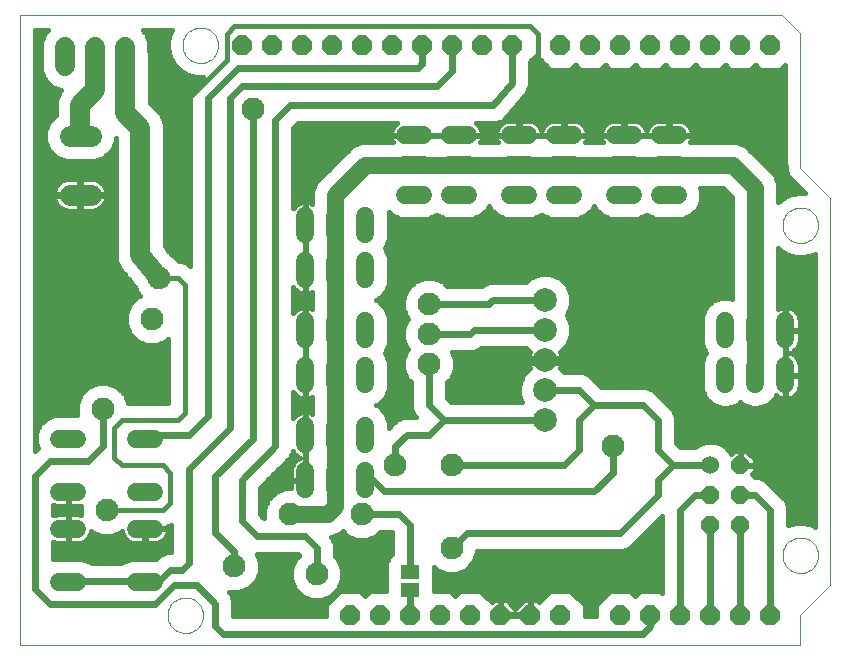
<source format=gbl>
G75*
G70*
%OFA0B0*%
%FSLAX24Y24*%
%IPPOS*%
%LPD*%
%AMOC8*
5,1,8,0,0,1.08239X$1,22.5*
%
%ADD10C,0.0000*%
%ADD11C,0.0600*%
%ADD12OC8,0.0660*%
%ADD13C,0.0787*%
%ADD14C,0.0600*%
%ADD15OC8,0.0600*%
%ADD16C,0.0705*%
%ADD17R,0.0630X0.0460*%
%ADD18C,0.0650*%
%ADD19C,0.0760*%
%ADD20C,0.0240*%
%ADD21C,0.0160*%
%ADD22C,0.0660*%
%ADD23C,0.0560*%
D10*
X000500Y000500D02*
X000500Y021500D01*
X025900Y021500D01*
X026500Y020900D01*
X026500Y016400D01*
X027500Y015400D01*
X027500Y002500D01*
X026500Y001500D01*
X026500Y000500D01*
X000500Y000500D01*
X005409Y001500D02*
X005411Y001548D01*
X005417Y001596D01*
X005427Y001643D01*
X005440Y001689D01*
X005458Y001734D01*
X005478Y001778D01*
X005503Y001820D01*
X005531Y001859D01*
X005561Y001896D01*
X005595Y001930D01*
X005632Y001962D01*
X005670Y001991D01*
X005711Y002016D01*
X005754Y002038D01*
X005799Y002056D01*
X005845Y002070D01*
X005892Y002081D01*
X005940Y002088D01*
X005988Y002091D01*
X006036Y002090D01*
X006084Y002085D01*
X006132Y002076D01*
X006178Y002064D01*
X006223Y002047D01*
X006267Y002027D01*
X006309Y002004D01*
X006349Y001977D01*
X006387Y001947D01*
X006422Y001914D01*
X006454Y001878D01*
X006484Y001840D01*
X006510Y001799D01*
X006532Y001756D01*
X006552Y001712D01*
X006567Y001667D01*
X006579Y001620D01*
X006587Y001572D01*
X006591Y001524D01*
X006591Y001476D01*
X006587Y001428D01*
X006579Y001380D01*
X006567Y001333D01*
X006552Y001288D01*
X006532Y001244D01*
X006510Y001201D01*
X006484Y001160D01*
X006454Y001122D01*
X006422Y001086D01*
X006387Y001053D01*
X006349Y001023D01*
X006309Y000996D01*
X006267Y000973D01*
X006223Y000953D01*
X006178Y000936D01*
X006132Y000924D01*
X006084Y000915D01*
X006036Y000910D01*
X005988Y000909D01*
X005940Y000912D01*
X005892Y000919D01*
X005845Y000930D01*
X005799Y000944D01*
X005754Y000962D01*
X005711Y000984D01*
X005670Y001009D01*
X005632Y001038D01*
X005595Y001070D01*
X005561Y001104D01*
X005531Y001141D01*
X005503Y001180D01*
X005478Y001222D01*
X005458Y001266D01*
X005440Y001311D01*
X005427Y001357D01*
X005417Y001404D01*
X005411Y001452D01*
X005409Y001500D01*
X025909Y003500D02*
X025911Y003548D01*
X025917Y003596D01*
X025927Y003643D01*
X025940Y003689D01*
X025958Y003734D01*
X025978Y003778D01*
X026003Y003820D01*
X026031Y003859D01*
X026061Y003896D01*
X026095Y003930D01*
X026132Y003962D01*
X026170Y003991D01*
X026211Y004016D01*
X026254Y004038D01*
X026299Y004056D01*
X026345Y004070D01*
X026392Y004081D01*
X026440Y004088D01*
X026488Y004091D01*
X026536Y004090D01*
X026584Y004085D01*
X026632Y004076D01*
X026678Y004064D01*
X026723Y004047D01*
X026767Y004027D01*
X026809Y004004D01*
X026849Y003977D01*
X026887Y003947D01*
X026922Y003914D01*
X026954Y003878D01*
X026984Y003840D01*
X027010Y003799D01*
X027032Y003756D01*
X027052Y003712D01*
X027067Y003667D01*
X027079Y003620D01*
X027087Y003572D01*
X027091Y003524D01*
X027091Y003476D01*
X027087Y003428D01*
X027079Y003380D01*
X027067Y003333D01*
X027052Y003288D01*
X027032Y003244D01*
X027010Y003201D01*
X026984Y003160D01*
X026954Y003122D01*
X026922Y003086D01*
X026887Y003053D01*
X026849Y003023D01*
X026809Y002996D01*
X026767Y002973D01*
X026723Y002953D01*
X026678Y002936D01*
X026632Y002924D01*
X026584Y002915D01*
X026536Y002910D01*
X026488Y002909D01*
X026440Y002912D01*
X026392Y002919D01*
X026345Y002930D01*
X026299Y002944D01*
X026254Y002962D01*
X026211Y002984D01*
X026170Y003009D01*
X026132Y003038D01*
X026095Y003070D01*
X026061Y003104D01*
X026031Y003141D01*
X026003Y003180D01*
X025978Y003222D01*
X025958Y003266D01*
X025940Y003311D01*
X025927Y003357D01*
X025917Y003404D01*
X025911Y003452D01*
X025909Y003500D01*
X025909Y014500D02*
X025911Y014548D01*
X025917Y014596D01*
X025927Y014643D01*
X025940Y014689D01*
X025958Y014734D01*
X025978Y014778D01*
X026003Y014820D01*
X026031Y014859D01*
X026061Y014896D01*
X026095Y014930D01*
X026132Y014962D01*
X026170Y014991D01*
X026211Y015016D01*
X026254Y015038D01*
X026299Y015056D01*
X026345Y015070D01*
X026392Y015081D01*
X026440Y015088D01*
X026488Y015091D01*
X026536Y015090D01*
X026584Y015085D01*
X026632Y015076D01*
X026678Y015064D01*
X026723Y015047D01*
X026767Y015027D01*
X026809Y015004D01*
X026849Y014977D01*
X026887Y014947D01*
X026922Y014914D01*
X026954Y014878D01*
X026984Y014840D01*
X027010Y014799D01*
X027032Y014756D01*
X027052Y014712D01*
X027067Y014667D01*
X027079Y014620D01*
X027087Y014572D01*
X027091Y014524D01*
X027091Y014476D01*
X027087Y014428D01*
X027079Y014380D01*
X027067Y014333D01*
X027052Y014288D01*
X027032Y014244D01*
X027010Y014201D01*
X026984Y014160D01*
X026954Y014122D01*
X026922Y014086D01*
X026887Y014053D01*
X026849Y014023D01*
X026809Y013996D01*
X026767Y013973D01*
X026723Y013953D01*
X026678Y013936D01*
X026632Y013924D01*
X026584Y013915D01*
X026536Y013910D01*
X026488Y013909D01*
X026440Y013912D01*
X026392Y013919D01*
X026345Y013930D01*
X026299Y013944D01*
X026254Y013962D01*
X026211Y013984D01*
X026170Y014009D01*
X026132Y014038D01*
X026095Y014070D01*
X026061Y014104D01*
X026031Y014141D01*
X026003Y014180D01*
X025978Y014222D01*
X025958Y014266D01*
X025940Y014311D01*
X025927Y014357D01*
X025917Y014404D01*
X025911Y014452D01*
X025909Y014500D01*
X005909Y020500D02*
X005911Y020548D01*
X005917Y020596D01*
X005927Y020643D01*
X005940Y020689D01*
X005958Y020734D01*
X005978Y020778D01*
X006003Y020820D01*
X006031Y020859D01*
X006061Y020896D01*
X006095Y020930D01*
X006132Y020962D01*
X006170Y020991D01*
X006211Y021016D01*
X006254Y021038D01*
X006299Y021056D01*
X006345Y021070D01*
X006392Y021081D01*
X006440Y021088D01*
X006488Y021091D01*
X006536Y021090D01*
X006584Y021085D01*
X006632Y021076D01*
X006678Y021064D01*
X006723Y021047D01*
X006767Y021027D01*
X006809Y021004D01*
X006849Y020977D01*
X006887Y020947D01*
X006922Y020914D01*
X006954Y020878D01*
X006984Y020840D01*
X007010Y020799D01*
X007032Y020756D01*
X007052Y020712D01*
X007067Y020667D01*
X007079Y020620D01*
X007087Y020572D01*
X007091Y020524D01*
X007091Y020476D01*
X007087Y020428D01*
X007079Y020380D01*
X007067Y020333D01*
X007052Y020288D01*
X007032Y020244D01*
X007010Y020201D01*
X006984Y020160D01*
X006954Y020122D01*
X006922Y020086D01*
X006887Y020053D01*
X006849Y020023D01*
X006809Y019996D01*
X006767Y019973D01*
X006723Y019953D01*
X006678Y019936D01*
X006632Y019924D01*
X006584Y019915D01*
X006536Y019910D01*
X006488Y019909D01*
X006440Y019912D01*
X006392Y019919D01*
X006345Y019930D01*
X006299Y019944D01*
X006254Y019962D01*
X006211Y019984D01*
X006170Y020009D01*
X006132Y020038D01*
X006095Y020070D01*
X006061Y020104D01*
X006031Y020141D01*
X006003Y020180D01*
X005978Y020222D01*
X005958Y020266D01*
X005940Y020311D01*
X005927Y020357D01*
X005917Y020404D01*
X005911Y020452D01*
X005909Y020500D01*
D11*
X010000Y014800D02*
X010000Y014200D01*
X011000Y014200D02*
X011000Y014800D01*
X012000Y014800D02*
X012000Y014200D01*
X012000Y013300D02*
X012000Y012700D01*
X011000Y012700D02*
X011000Y013300D01*
X010000Y013300D02*
X010000Y012700D01*
X010000Y011300D02*
X010000Y010700D01*
X011000Y010700D02*
X011000Y011300D01*
X012000Y011300D02*
X012000Y010700D01*
X012000Y009800D02*
X012000Y009200D01*
X011000Y009200D02*
X011000Y009800D01*
X010000Y009800D02*
X010000Y009200D01*
X010000Y007800D02*
X010000Y007200D01*
X011000Y007200D02*
X011000Y007800D01*
X012000Y007800D02*
X012000Y007200D01*
X012000Y006300D02*
X012000Y005700D01*
X011000Y005700D02*
X011000Y006300D01*
X010000Y006300D02*
X010000Y005700D01*
X004955Y005610D02*
X004355Y005610D01*
X004355Y004390D02*
X004955Y004390D01*
X004955Y002610D02*
X004355Y002610D01*
X002395Y002610D02*
X001795Y002610D01*
X001795Y004390D02*
X002395Y004390D01*
X002395Y005610D02*
X001795Y005610D01*
X001795Y007390D02*
X002395Y007390D01*
X004355Y007390D02*
X004955Y007390D01*
X013325Y015500D02*
X013925Y015500D01*
X014825Y015500D02*
X015425Y015500D01*
X015425Y016500D02*
X014825Y016500D01*
X013925Y016500D02*
X013325Y016500D01*
X013325Y017500D02*
X013925Y017500D01*
X014825Y017500D02*
X015425Y017500D01*
X016825Y017500D02*
X017425Y017500D01*
X018325Y017500D02*
X018925Y017500D01*
X018925Y016500D02*
X018325Y016500D01*
X017425Y016500D02*
X016825Y016500D01*
X016825Y015500D02*
X017425Y015500D01*
X018325Y015500D02*
X018925Y015500D01*
X020325Y015500D02*
X020925Y015500D01*
X021825Y015500D02*
X022425Y015500D01*
X022425Y016500D02*
X021825Y016500D01*
X020925Y016500D02*
X020325Y016500D01*
X020325Y017500D02*
X020925Y017500D01*
X021825Y017500D02*
X022425Y017500D01*
X024000Y011300D02*
X024000Y010700D01*
X024000Y009800D02*
X024000Y009200D01*
X025000Y009200D02*
X025000Y009800D01*
X025000Y010700D02*
X025000Y011300D01*
X026000Y011300D02*
X026000Y010700D01*
X026000Y009800D02*
X026000Y009200D01*
D12*
X025500Y001500D03*
X024500Y001500D03*
X023500Y001500D03*
X022500Y001500D03*
X021500Y001500D03*
X020500Y001500D03*
X018500Y001500D03*
X017500Y001500D03*
X016500Y001500D03*
X015500Y001500D03*
X014500Y001500D03*
X013500Y001500D03*
X012500Y001500D03*
X011500Y001500D03*
X011900Y020500D03*
X012900Y020500D03*
X013900Y020500D03*
X014900Y020500D03*
X015900Y020500D03*
X016900Y020500D03*
X018500Y020500D03*
X019500Y020500D03*
X020500Y020500D03*
X021500Y020500D03*
X022500Y020500D03*
X023500Y020500D03*
X024500Y020500D03*
X025500Y020500D03*
X010900Y020500D03*
X009900Y020500D03*
X008900Y020500D03*
X007900Y020500D03*
D13*
X018000Y012000D03*
X018000Y011000D03*
X018000Y010000D03*
X018000Y009000D03*
X018000Y008000D03*
D14*
X023500Y006500D03*
D15*
X024500Y006500D03*
X024500Y005500D03*
X023500Y005500D03*
X023500Y004500D03*
X024500Y004500D03*
D16*
X002853Y015516D02*
X002148Y015516D01*
X002148Y017484D02*
X002853Y017484D01*
D17*
X013500Y002925D03*
X013500Y002325D03*
D18*
X004000Y019800D02*
X004000Y020450D01*
X003000Y020450D02*
X003000Y019800D01*
X002000Y019800D02*
X002000Y020450D01*
D19*
X005750Y018750D03*
X008250Y018375D03*
X005125Y012750D03*
X004875Y011375D03*
X003250Y008375D03*
X003375Y005000D03*
X007625Y003125D03*
X009500Y004875D03*
X010375Y002875D03*
X012000Y003000D03*
X011875Y004875D03*
X013000Y006500D03*
X014875Y006500D03*
X014875Y003750D03*
X020250Y007125D03*
X021500Y003750D03*
X025125Y007625D03*
X014125Y009875D03*
X014125Y010875D03*
X014125Y011875D03*
D20*
X016125Y011875D01*
X016250Y012000D01*
X018000Y012000D01*
X018000Y011000D02*
X015625Y011000D01*
X015500Y010875D01*
X014125Y010875D01*
X014125Y009875D02*
X014125Y008500D01*
X014625Y008000D01*
X018000Y008000D01*
X019125Y008000D02*
X019125Y007000D01*
X018625Y006500D01*
X014875Y006500D01*
X014125Y007500D02*
X013375Y007500D01*
X013000Y007125D01*
X013000Y006500D01*
X012250Y006000D02*
X012625Y005625D01*
X019625Y005625D01*
X020250Y006250D01*
X020250Y007125D01*
X019125Y008000D02*
X019625Y008500D01*
X021250Y008500D01*
X021750Y008000D01*
X021750Y007000D01*
X022250Y006500D01*
X023500Y006500D01*
X023500Y005500D02*
X023000Y005500D01*
X022500Y005000D01*
X022500Y001500D01*
X021500Y001500D02*
X021500Y001125D01*
X021250Y000875D01*
X007250Y000875D01*
X007000Y001125D01*
X007000Y001875D01*
X006375Y002500D01*
X005625Y002500D01*
X005000Y001875D01*
X001500Y001875D01*
X001000Y002375D01*
X001000Y006125D01*
X001500Y006625D01*
X002750Y006625D01*
X003250Y007125D01*
X003250Y008375D01*
X004670Y007500D02*
X004655Y007390D01*
X004670Y007500D02*
X006125Y007500D01*
X006750Y008125D01*
X006750Y018750D01*
X007750Y019750D01*
X013750Y019750D01*
X013875Y019875D01*
X013875Y020000D01*
X013875Y020500D01*
X014875Y020500D02*
X014875Y019625D01*
X014375Y019125D01*
X007875Y019125D01*
X007500Y018750D01*
X007500Y007750D01*
X006125Y006375D01*
X006125Y003250D01*
X005875Y003000D01*
X005500Y003000D01*
X005125Y002625D01*
X004625Y002625D01*
X002125Y002625D01*
X004625Y002625D02*
X004625Y002640D01*
X004655Y002610D01*
X007000Y004250D02*
X007625Y003625D01*
X007625Y003125D01*
X008375Y004125D02*
X010000Y004125D01*
X010375Y003750D01*
X010375Y002875D01*
X008375Y004125D02*
X007875Y004625D01*
X007875Y006000D01*
X009000Y007125D01*
X009000Y018000D01*
X009500Y018500D01*
X016250Y018500D01*
X016875Y019250D01*
X016875Y020500D01*
X008250Y018375D02*
X008250Y007375D01*
X007000Y006125D01*
X007000Y004250D01*
X011875Y004875D02*
X013125Y004875D01*
X013500Y004500D01*
X013500Y002925D01*
X013500Y002325D02*
X013500Y001500D01*
X014875Y003750D02*
X015375Y004250D01*
X020500Y004250D01*
X021750Y005500D01*
X021750Y006000D01*
X022250Y006500D01*
X023500Y004500D02*
X023500Y001500D01*
X024500Y001500D02*
X024500Y004500D01*
X024500Y005500D02*
X025000Y005500D01*
X025500Y005000D01*
X025500Y001500D01*
X017500Y001500D02*
X016500Y001500D01*
X012250Y006000D02*
X012000Y006000D01*
X014125Y007500D02*
X014625Y008000D01*
X018000Y009000D02*
X019125Y009000D01*
X019625Y008500D01*
D21*
X019874Y009100D02*
X019634Y009340D01*
X019465Y009509D01*
X019244Y009600D01*
X018636Y009600D01*
X018506Y009730D01*
X018532Y009780D01*
X018560Y009866D01*
X018568Y009920D01*
X018080Y009920D01*
X018080Y010080D01*
X018568Y010080D01*
X018560Y010134D01*
X018532Y010220D01*
X018506Y010270D01*
X018741Y010505D01*
X018874Y010826D01*
X018874Y011174D01*
X018741Y011495D01*
X018736Y011500D01*
X018741Y011505D01*
X018874Y011826D01*
X018874Y012174D01*
X018741Y012495D01*
X018495Y012741D01*
X018174Y012874D01*
X017826Y012874D01*
X017505Y012741D01*
X017364Y012600D01*
X016131Y012600D01*
X015910Y012509D01*
X015880Y012479D01*
X015871Y012475D01*
X014741Y012475D01*
X014612Y012604D01*
X014296Y012735D01*
X013954Y012735D01*
X013638Y012604D01*
X013396Y012362D01*
X013265Y012046D01*
X013265Y011704D01*
X013396Y011388D01*
X013409Y011375D01*
X013396Y011362D01*
X013265Y011046D01*
X013265Y010704D01*
X013396Y010388D01*
X013409Y010375D01*
X013396Y010362D01*
X013265Y010046D01*
X013265Y009704D01*
X013396Y009388D01*
X013525Y009259D01*
X013525Y008381D01*
X013616Y008160D01*
X013676Y008100D01*
X013256Y008100D01*
X013035Y008009D01*
X012866Y007840D01*
X012866Y007840D01*
X012780Y007754D01*
X012780Y007955D01*
X012661Y008242D01*
X012442Y008461D01*
X012348Y008500D01*
X012442Y008539D01*
X012661Y008758D01*
X012780Y009045D01*
X012780Y009955D01*
X012661Y010242D01*
X012653Y010250D01*
X012661Y010258D01*
X012780Y010545D01*
X012780Y011455D01*
X012661Y011742D01*
X012442Y011961D01*
X012348Y012000D01*
X012442Y012039D01*
X012661Y012258D01*
X012780Y012545D01*
X012780Y013455D01*
X012661Y013742D01*
X012653Y013750D01*
X012661Y013758D01*
X012780Y014045D01*
X012780Y014942D01*
X012883Y014839D01*
X013170Y014720D01*
X014080Y014720D01*
X014367Y014839D01*
X014375Y014847D01*
X014383Y014839D01*
X014670Y014720D01*
X015580Y014720D01*
X015867Y014839D01*
X016086Y015058D01*
X016125Y015152D01*
X016164Y015058D01*
X016383Y014839D01*
X016670Y014720D01*
X017580Y014720D01*
X017867Y014839D01*
X017875Y014847D01*
X017883Y014839D01*
X018170Y014720D01*
X019080Y014720D01*
X019367Y014839D01*
X019586Y015058D01*
X019625Y015152D01*
X019664Y015058D01*
X019883Y014839D01*
X020170Y014720D01*
X021080Y014720D01*
X021367Y014839D01*
X021375Y014847D01*
X021383Y014839D01*
X021670Y014720D01*
X022580Y014720D01*
X022867Y014839D01*
X023086Y015058D01*
X023205Y015345D01*
X023205Y015655D01*
X023170Y015740D01*
X023935Y015740D01*
X024240Y015435D01*
X024240Y012045D01*
X024155Y012080D01*
X023845Y012080D01*
X023558Y011961D01*
X023339Y011742D01*
X023220Y011455D01*
X023220Y010545D01*
X023339Y010258D01*
X023347Y010250D01*
X023339Y010242D01*
X023220Y009955D01*
X023220Y009045D01*
X023339Y008758D01*
X023558Y008539D01*
X023845Y008420D01*
X024155Y008420D01*
X024442Y008539D01*
X024500Y008597D01*
X024558Y008539D01*
X024845Y008420D01*
X025155Y008420D01*
X025442Y008539D01*
X025661Y008758D01*
X025691Y008831D01*
X025748Y008789D01*
X025816Y008755D01*
X025888Y008732D01*
X025962Y008720D01*
X025980Y008720D01*
X025980Y009480D01*
X026020Y009480D01*
X026020Y009520D01*
X025980Y009520D01*
X025980Y010980D01*
X026020Y010980D01*
X026020Y011020D01*
X026480Y011020D01*
X026480Y011338D01*
X026468Y011412D01*
X026445Y011484D01*
X026411Y011552D01*
X026366Y011613D01*
X026313Y011666D01*
X026252Y011711D01*
X026184Y011745D01*
X026112Y011768D01*
X026038Y011780D01*
X026020Y011780D01*
X026020Y011020D01*
X025980Y011020D01*
X025980Y011780D01*
X025962Y011780D01*
X025888Y011768D01*
X025816Y011745D01*
X025760Y011716D01*
X025760Y013726D01*
X025843Y013643D01*
X026087Y013502D01*
X026359Y013429D01*
X026641Y013429D01*
X026913Y013502D01*
X027000Y013553D01*
X027000Y004447D01*
X026913Y004498D01*
X026641Y004571D01*
X026359Y004571D01*
X026100Y004501D01*
X026100Y005119D01*
X026009Y005340D01*
X025840Y005509D01*
X025340Y006009D01*
X025119Y006100D01*
X025003Y006100D01*
X024891Y006212D01*
X024980Y006301D01*
X024980Y006480D01*
X024520Y006480D01*
X024520Y006520D01*
X024480Y006520D01*
X024480Y006980D01*
X024301Y006980D01*
X024191Y006870D01*
X024161Y006942D01*
X023942Y007161D01*
X023655Y007280D01*
X023345Y007280D01*
X023058Y007161D01*
X022997Y007100D01*
X022499Y007100D01*
X022350Y007249D01*
X022350Y008119D01*
X022259Y008340D01*
X021759Y008840D01*
X021590Y009009D01*
X021369Y009100D01*
X019874Y009100D01*
X019756Y009218D02*
X023220Y009218D01*
X023220Y009376D02*
X019598Y009376D01*
X019402Y009535D02*
X023220Y009535D01*
X023220Y009693D02*
X018543Y009693D01*
X018555Y009852D02*
X023220Y009852D01*
X023243Y010010D02*
X018080Y010010D01*
X017920Y010010D02*
X014985Y010010D01*
X014985Y010046D02*
X014890Y010275D01*
X015619Y010275D01*
X015840Y010366D01*
X015874Y010400D01*
X017364Y010400D01*
X017494Y010270D01*
X017468Y010220D01*
X017440Y010134D01*
X017432Y010080D01*
X017920Y010080D01*
X017920Y009920D01*
X017432Y009920D01*
X017440Y009866D01*
X017468Y009780D01*
X017494Y009730D01*
X017259Y009495D01*
X017126Y009174D01*
X017126Y008826D01*
X017220Y008600D01*
X014874Y008600D01*
X014725Y008749D01*
X014725Y009259D01*
X014854Y009388D01*
X014985Y009704D01*
X014985Y010046D01*
X014934Y010169D02*
X017452Y010169D01*
X017437Y010327D02*
X015745Y010327D01*
X014985Y009852D02*
X017445Y009852D01*
X017457Y009693D02*
X014980Y009693D01*
X014915Y009535D02*
X017299Y009535D01*
X017210Y009376D02*
X014842Y009376D01*
X014725Y009218D02*
X017144Y009218D01*
X017126Y009059D02*
X014725Y009059D01*
X014725Y008901D02*
X017126Y008901D01*
X017161Y008742D02*
X014732Y008742D01*
X013525Y008742D02*
X012645Y008742D01*
X012720Y008901D02*
X013525Y008901D01*
X013525Y009059D02*
X012780Y009059D01*
X012780Y009218D02*
X013525Y009218D01*
X013408Y009376D02*
X012780Y009376D01*
X012780Y009535D02*
X013335Y009535D01*
X013270Y009693D02*
X012780Y009693D01*
X012780Y009852D02*
X013265Y009852D01*
X013265Y010010D02*
X012757Y010010D01*
X012692Y010169D02*
X013316Y010169D01*
X013381Y010327D02*
X012690Y010327D01*
X012755Y010486D02*
X013355Y010486D01*
X013290Y010644D02*
X012780Y010644D01*
X012780Y010803D02*
X013265Y010803D01*
X013265Y010961D02*
X012780Y010961D01*
X012780Y011120D02*
X013295Y011120D01*
X013361Y011278D02*
X012780Y011278D01*
X012780Y011437D02*
X013376Y011437D01*
X013310Y011595D02*
X012722Y011595D01*
X012650Y011754D02*
X013265Y011754D01*
X013265Y011912D02*
X012491Y011912D01*
X012474Y012071D02*
X013275Y012071D01*
X013341Y012229D02*
X012632Y012229D01*
X012715Y012388D02*
X013421Y012388D01*
X013580Y012546D02*
X012780Y012546D01*
X012780Y012705D02*
X013880Y012705D01*
X014370Y012705D02*
X017469Y012705D01*
X017800Y012863D02*
X012780Y012863D01*
X012780Y013022D02*
X024240Y013022D01*
X024240Y013180D02*
X012780Y013180D01*
X012780Y013339D02*
X024240Y013339D01*
X024240Y013497D02*
X012763Y013497D01*
X012697Y013656D02*
X024240Y013656D01*
X024240Y013814D02*
X012684Y013814D01*
X012750Y013973D02*
X024240Y013973D01*
X024240Y014131D02*
X012780Y014131D01*
X012780Y014290D02*
X024240Y014290D01*
X024240Y014448D02*
X012780Y014448D01*
X012780Y014607D02*
X024240Y014607D01*
X024240Y014765D02*
X022689Y014765D01*
X022952Y014924D02*
X024240Y014924D01*
X024240Y015082D02*
X023096Y015082D01*
X023162Y015241D02*
X024240Y015241D01*
X024240Y015399D02*
X023205Y015399D01*
X023205Y015558D02*
X024118Y015558D01*
X023959Y015716D02*
X023180Y015716D01*
X021561Y014765D02*
X021189Y014765D01*
X020061Y014765D02*
X019189Y014765D01*
X019452Y014924D02*
X019798Y014924D01*
X019654Y015082D02*
X019596Y015082D01*
X018061Y014765D02*
X017689Y014765D01*
X016561Y014765D02*
X015689Y014765D01*
X015952Y014924D02*
X016298Y014924D01*
X016154Y015082D02*
X016096Y015082D01*
X014561Y014765D02*
X014189Y014765D01*
X013061Y014765D02*
X012780Y014765D01*
X012780Y014924D02*
X012798Y014924D01*
X010934Y016509D02*
X009600Y016509D01*
X009600Y016667D02*
X011092Y016667D01*
X011251Y016826D02*
X009600Y016826D01*
X009600Y016984D02*
X011409Y016984D01*
X011356Y016931D02*
X010356Y015931D01*
X010240Y015651D01*
X010240Y015216D01*
X010184Y015245D01*
X010112Y015268D01*
X010038Y015280D01*
X010020Y015280D01*
X010020Y014520D01*
X009980Y014520D01*
X009980Y015280D01*
X009962Y015280D01*
X009888Y015268D01*
X009816Y015245D01*
X009748Y015211D01*
X009687Y015166D01*
X009634Y015113D01*
X009600Y015066D01*
X009600Y017751D01*
X009749Y017900D01*
X013059Y017900D01*
X013012Y017866D01*
X012959Y017813D01*
X012914Y017752D01*
X012880Y017684D01*
X012857Y017612D01*
X012845Y017538D01*
X012845Y017520D01*
X013605Y017520D01*
X013605Y017480D01*
X012845Y017480D01*
X012845Y017462D01*
X012857Y017388D01*
X012880Y017316D01*
X012909Y017260D01*
X011849Y017260D01*
X011569Y017144D01*
X011356Y016931D01*
X011568Y017143D02*
X009600Y017143D01*
X009600Y017301D02*
X012888Y017301D01*
X012845Y017460D02*
X009600Y017460D01*
X009600Y017618D02*
X012859Y017618D01*
X012933Y017777D02*
X009625Y017777D01*
X009600Y016350D02*
X010775Y016350D01*
X010617Y016192D02*
X009600Y016192D01*
X009600Y016033D02*
X010458Y016033D01*
X010333Y015875D02*
X009600Y015875D01*
X009600Y015716D02*
X010267Y015716D01*
X010240Y015558D02*
X009600Y015558D01*
X009600Y015399D02*
X010240Y015399D01*
X010240Y015241D02*
X010193Y015241D01*
X010020Y015241D02*
X009980Y015241D01*
X009980Y015082D02*
X010020Y015082D01*
X010020Y014924D02*
X009980Y014924D01*
X009980Y014765D02*
X010020Y014765D01*
X010020Y014607D02*
X009980Y014607D01*
X009980Y014480D02*
X010020Y014480D01*
X010020Y013020D01*
X009980Y013020D01*
X009980Y013780D01*
X009980Y014480D01*
X009980Y014448D02*
X010020Y014448D01*
X010020Y014290D02*
X009980Y014290D01*
X009980Y014131D02*
X010020Y014131D01*
X010020Y013973D02*
X009980Y013973D01*
X009980Y013814D02*
X010020Y013814D01*
X010020Y013656D02*
X009980Y013656D01*
X009980Y013497D02*
X010020Y013497D01*
X010020Y013339D02*
X009980Y013339D01*
X009980Y013180D02*
X010020Y013180D01*
X010020Y013022D02*
X009980Y013022D01*
X009980Y012980D02*
X010020Y012980D01*
X010020Y012220D01*
X010038Y012220D01*
X010112Y012232D01*
X010184Y012255D01*
X010240Y012284D01*
X010240Y011716D01*
X010184Y011745D01*
X010112Y011768D01*
X010038Y011780D01*
X010020Y011780D01*
X010020Y011020D01*
X009980Y011020D01*
X009980Y011780D01*
X009962Y011780D01*
X009888Y011768D01*
X009816Y011745D01*
X009748Y011711D01*
X009687Y011666D01*
X009634Y011613D01*
X009600Y011566D01*
X009600Y012434D01*
X009634Y012387D01*
X009687Y012334D01*
X009748Y012289D01*
X009816Y012255D01*
X009888Y012232D01*
X009962Y012220D01*
X009980Y012220D01*
X009980Y012980D01*
X009980Y012863D02*
X010020Y012863D01*
X010020Y012705D02*
X009980Y012705D01*
X009980Y012546D02*
X010020Y012546D01*
X010020Y012388D02*
X009980Y012388D01*
X009980Y012229D02*
X010020Y012229D01*
X010095Y012229D02*
X010240Y012229D01*
X010240Y012071D02*
X009600Y012071D01*
X009600Y012229D02*
X009905Y012229D01*
X009634Y012388D02*
X009600Y012388D01*
X009600Y011912D02*
X010240Y011912D01*
X010240Y011754D02*
X010158Y011754D01*
X010020Y011754D02*
X009980Y011754D01*
X009842Y011754D02*
X009600Y011754D01*
X009600Y011595D02*
X009621Y011595D01*
X009980Y011595D02*
X010020Y011595D01*
X010020Y011437D02*
X009980Y011437D01*
X009980Y011278D02*
X010020Y011278D01*
X010020Y011120D02*
X009980Y011120D01*
X009980Y010980D02*
X010020Y010980D01*
X010020Y009520D01*
X009980Y009520D01*
X009980Y010280D01*
X009980Y010980D01*
X009980Y010961D02*
X010020Y010961D01*
X010020Y010803D02*
X009980Y010803D01*
X009980Y010644D02*
X010020Y010644D01*
X010020Y010486D02*
X009980Y010486D01*
X009980Y010327D02*
X010020Y010327D01*
X010020Y010169D02*
X009980Y010169D01*
X009980Y010010D02*
X010020Y010010D01*
X010020Y009852D02*
X009980Y009852D01*
X009980Y009693D02*
X010020Y009693D01*
X010020Y009535D02*
X009980Y009535D01*
X009980Y009480D02*
X010020Y009480D01*
X010020Y008720D01*
X010038Y008720D01*
X010112Y008732D01*
X010184Y008755D01*
X010240Y008784D01*
X010240Y008216D01*
X010184Y008245D01*
X010112Y008268D01*
X010038Y008280D01*
X010020Y008280D01*
X010020Y007520D01*
X009980Y007520D01*
X009980Y008280D01*
X009962Y008280D01*
X009888Y008268D01*
X009816Y008245D01*
X009748Y008211D01*
X009687Y008166D01*
X009634Y008113D01*
X009600Y008066D01*
X009600Y008934D01*
X009634Y008887D01*
X009687Y008834D01*
X009748Y008789D01*
X009816Y008755D01*
X009888Y008732D01*
X009962Y008720D01*
X009980Y008720D01*
X009980Y009480D01*
X009980Y009376D02*
X010020Y009376D01*
X010020Y009218D02*
X009980Y009218D01*
X009980Y009059D02*
X010020Y009059D01*
X010020Y008901D02*
X009980Y008901D01*
X009980Y008742D02*
X010020Y008742D01*
X010144Y008742D02*
X010240Y008742D01*
X010240Y008584D02*
X009600Y008584D01*
X009600Y008742D02*
X009856Y008742D01*
X009624Y008901D02*
X009600Y008901D01*
X009600Y008425D02*
X010240Y008425D01*
X010240Y008267D02*
X010118Y008267D01*
X010020Y008267D02*
X009980Y008267D01*
X009882Y008267D02*
X009600Y008267D01*
X009600Y008108D02*
X009630Y008108D01*
X009980Y008108D02*
X010020Y008108D01*
X010020Y007950D02*
X009980Y007950D01*
X009980Y007791D02*
X010020Y007791D01*
X010020Y007633D02*
X009980Y007633D01*
X009980Y007480D02*
X010020Y007480D01*
X010020Y006020D01*
X009980Y006020D01*
X009980Y006720D01*
X009980Y007480D01*
X009980Y007474D02*
X010020Y007474D01*
X010020Y007316D02*
X009980Y007316D01*
X009980Y007157D02*
X010020Y007157D01*
X010020Y006999D02*
X009980Y006999D01*
X009980Y006840D02*
X010020Y006840D01*
X010020Y006682D02*
X009980Y006682D01*
X009980Y006523D02*
X010020Y006523D01*
X010020Y006365D02*
X009980Y006365D01*
X009980Y006206D02*
X010020Y006206D01*
X010020Y006048D02*
X009980Y006048D01*
X009980Y006020D02*
X009980Y005980D01*
X009520Y005980D01*
X009520Y005735D01*
X009329Y005735D01*
X009013Y005604D01*
X008771Y005362D01*
X008640Y005046D01*
X008640Y004725D01*
X008624Y004725D01*
X008475Y004874D01*
X008475Y005751D01*
X009509Y006785D01*
X009582Y006963D01*
X009589Y006948D01*
X009634Y006887D01*
X009687Y006834D01*
X009748Y006789D01*
X009816Y006755D01*
X009832Y006750D01*
X009816Y006745D01*
X009748Y006711D01*
X009687Y006666D01*
X009634Y006613D01*
X009589Y006552D01*
X009555Y006484D01*
X009532Y006412D01*
X009520Y006338D01*
X009520Y006020D01*
X009980Y006020D01*
X009520Y006048D02*
X008771Y006048D01*
X008930Y006206D02*
X009520Y006206D01*
X009524Y006365D02*
X009088Y006365D01*
X009247Y006523D02*
X009575Y006523D01*
X009708Y006682D02*
X009405Y006682D01*
X009531Y006840D02*
X009681Y006840D01*
X009520Y005889D02*
X008613Y005889D01*
X008475Y005731D02*
X009318Y005731D01*
X008981Y005572D02*
X008475Y005572D01*
X008475Y005414D02*
X008822Y005414D01*
X008727Y005255D02*
X008475Y005255D01*
X008475Y005097D02*
X008661Y005097D01*
X008640Y004938D02*
X008475Y004938D01*
X008569Y004780D02*
X008640Y004780D01*
X008390Y003525D02*
X009751Y003525D01*
X009775Y003501D01*
X009775Y003491D01*
X009646Y003362D01*
X009515Y003046D01*
X009515Y002704D01*
X009646Y002388D01*
X009888Y002146D01*
X010204Y002015D01*
X010546Y002015D01*
X010862Y002146D01*
X011104Y002388D01*
X011235Y002704D01*
X011235Y003046D01*
X011104Y003362D01*
X010975Y003491D01*
X010975Y003869D01*
X010884Y004090D01*
X010859Y004115D01*
X010901Y004115D01*
X011181Y004231D01*
X011242Y004292D01*
X011388Y004146D01*
X011704Y004015D01*
X012046Y004015D01*
X012362Y004146D01*
X012491Y004275D01*
X012876Y004275D01*
X012900Y004251D01*
X012900Y003549D01*
X012778Y003427D01*
X012705Y003250D01*
X012705Y002310D01*
X012164Y002310D01*
X012000Y002146D01*
X011836Y002310D01*
X011164Y002310D01*
X010690Y001836D01*
X010690Y001475D01*
X007600Y001475D01*
X007600Y001994D01*
X007509Y002215D01*
X007459Y002265D01*
X007796Y002265D01*
X008112Y002396D01*
X008354Y002638D01*
X008485Y002954D01*
X008485Y003296D01*
X008390Y003525D01*
X008396Y003512D02*
X009765Y003512D01*
X009642Y003353D02*
X008461Y003353D01*
X008485Y003195D02*
X009576Y003195D01*
X009515Y003036D02*
X008485Y003036D01*
X008453Y002878D02*
X009515Y002878D01*
X009515Y002719D02*
X008388Y002719D01*
X008277Y002561D02*
X009574Y002561D01*
X009640Y002402D02*
X008118Y002402D01*
X007562Y002085D02*
X010035Y002085D01*
X009790Y002244D02*
X007480Y002244D01*
X007600Y001927D02*
X010781Y001927D01*
X010715Y002085D02*
X010939Y002085D01*
X010960Y002244D02*
X011098Y002244D01*
X011110Y002402D02*
X012705Y002402D01*
X012705Y002561D02*
X011176Y002561D01*
X011235Y002719D02*
X012705Y002719D01*
X012705Y002878D02*
X011235Y002878D01*
X011235Y003036D02*
X012705Y003036D01*
X012705Y003195D02*
X011174Y003195D01*
X011108Y003353D02*
X012747Y003353D01*
X012863Y003512D02*
X010975Y003512D01*
X010975Y003670D02*
X012900Y003670D01*
X012900Y003829D02*
X010975Y003829D01*
X010926Y003987D02*
X012900Y003987D01*
X012900Y004146D02*
X012361Y004146D01*
X011389Y004146D02*
X010975Y004146D01*
X011902Y002244D02*
X012098Y002244D01*
X010690Y001768D02*
X007600Y001768D01*
X007600Y001610D02*
X010690Y001610D01*
X014295Y002310D02*
X014295Y003114D01*
X014388Y003021D01*
X014704Y002890D01*
X015046Y002890D01*
X015362Y003021D01*
X015604Y003263D01*
X015735Y003579D01*
X015735Y003650D01*
X020619Y003650D01*
X020840Y003741D01*
X021900Y004801D01*
X021900Y002246D01*
X021836Y002310D01*
X021164Y002310D01*
X021000Y002146D01*
X020836Y002310D01*
X020164Y002310D01*
X019690Y001836D01*
X019690Y001475D01*
X019310Y001475D01*
X019310Y001836D01*
X018836Y002310D01*
X018164Y002310D01*
X017788Y001933D01*
X017711Y002010D01*
X017518Y002010D01*
X017518Y001518D01*
X017482Y001518D01*
X017482Y001482D01*
X016518Y001482D01*
X016518Y001518D01*
X016990Y001518D01*
X017482Y001518D01*
X017482Y002010D01*
X017289Y002010D01*
X017000Y001721D01*
X016711Y002010D01*
X016518Y002010D01*
X016518Y001518D01*
X016482Y001518D01*
X016482Y002010D01*
X016289Y002010D01*
X016212Y001933D01*
X015836Y002310D01*
X015164Y002310D01*
X015000Y002146D01*
X014836Y002310D01*
X014295Y002310D01*
X014295Y002402D02*
X021900Y002402D01*
X021900Y002561D02*
X014295Y002561D01*
X014295Y002719D02*
X021900Y002719D01*
X021900Y002878D02*
X014295Y002878D01*
X014295Y003036D02*
X014373Y003036D01*
X015377Y003036D02*
X021900Y003036D01*
X021900Y003195D02*
X015536Y003195D01*
X015641Y003353D02*
X021900Y003353D01*
X021900Y003512D02*
X015707Y003512D01*
X015902Y002244D02*
X018098Y002244D01*
X017939Y002085D02*
X016061Y002085D01*
X016482Y001927D02*
X016518Y001927D01*
X016518Y001768D02*
X016482Y001768D01*
X016482Y001610D02*
X016518Y001610D01*
X016795Y001927D02*
X017205Y001927D01*
X017047Y001768D02*
X016953Y001768D01*
X017482Y001768D02*
X017518Y001768D01*
X017518Y001610D02*
X017482Y001610D01*
X017482Y001927D02*
X017518Y001927D01*
X018902Y002244D02*
X020098Y002244D01*
X019939Y002085D02*
X019061Y002085D01*
X019219Y001927D02*
X019781Y001927D01*
X019690Y001768D02*
X019310Y001768D01*
X019310Y001610D02*
X019690Y001610D01*
X020902Y002244D02*
X021098Y002244D01*
X020668Y003670D02*
X021900Y003670D01*
X021900Y003829D02*
X020927Y003829D01*
X021086Y003987D02*
X021900Y003987D01*
X021900Y004146D02*
X021244Y004146D01*
X021403Y004304D02*
X021900Y004304D01*
X021900Y004463D02*
X021561Y004463D01*
X021720Y004621D02*
X021900Y004621D01*
X021900Y004780D02*
X021878Y004780D01*
X024480Y006523D02*
X024520Y006523D01*
X024520Y006520D02*
X024520Y006980D01*
X024699Y006980D01*
X024980Y006699D01*
X024980Y006520D01*
X024520Y006520D01*
X024520Y006682D02*
X024480Y006682D01*
X024480Y006840D02*
X024520Y006840D01*
X024839Y006840D02*
X027000Y006840D01*
X027000Y006682D02*
X024980Y006682D01*
X024980Y006523D02*
X027000Y006523D01*
X027000Y006365D02*
X024980Y006365D01*
X024897Y006206D02*
X027000Y006206D01*
X027000Y006048D02*
X025246Y006048D01*
X025460Y005889D02*
X027000Y005889D01*
X027000Y005731D02*
X025618Y005731D01*
X025777Y005572D02*
X027000Y005572D01*
X027000Y005414D02*
X025935Y005414D01*
X026044Y005255D02*
X027000Y005255D01*
X027000Y005097D02*
X026100Y005097D01*
X026100Y004938D02*
X027000Y004938D01*
X027000Y004780D02*
X026100Y004780D01*
X026100Y004621D02*
X027000Y004621D01*
X027000Y004463D02*
X026974Y004463D01*
X027000Y006999D02*
X024105Y006999D01*
X023946Y007157D02*
X027000Y007157D01*
X027000Y007316D02*
X022350Y007316D01*
X022350Y007474D02*
X027000Y007474D01*
X027000Y007633D02*
X022350Y007633D01*
X022350Y007791D02*
X027000Y007791D01*
X027000Y007950D02*
X022350Y007950D01*
X022350Y008108D02*
X027000Y008108D01*
X027000Y008267D02*
X022289Y008267D01*
X022174Y008425D02*
X023833Y008425D01*
X024167Y008425D02*
X024833Y008425D01*
X024513Y008584D02*
X024487Y008584D01*
X025167Y008425D02*
X027000Y008425D01*
X027000Y008584D02*
X025487Y008584D01*
X025645Y008742D02*
X025856Y008742D01*
X025980Y008742D02*
X026020Y008742D01*
X026020Y008720D02*
X026038Y008720D01*
X026112Y008732D01*
X026184Y008755D01*
X026252Y008789D01*
X026313Y008834D01*
X026366Y008887D01*
X026411Y008948D01*
X026445Y009016D01*
X026468Y009088D01*
X026480Y009162D01*
X026480Y009480D01*
X026020Y009480D01*
X026020Y008720D01*
X026144Y008742D02*
X027000Y008742D01*
X027000Y008901D02*
X026376Y008901D01*
X026459Y009059D02*
X027000Y009059D01*
X027000Y009218D02*
X026480Y009218D01*
X026480Y009376D02*
X027000Y009376D01*
X027000Y009535D02*
X026480Y009535D01*
X026480Y009520D02*
X026480Y009838D01*
X026468Y009912D01*
X026445Y009984D01*
X026411Y010052D01*
X026366Y010113D01*
X026313Y010166D01*
X026252Y010211D01*
X026184Y010245D01*
X026168Y010250D01*
X026184Y010255D01*
X026252Y010289D01*
X026313Y010334D01*
X026366Y010387D01*
X026411Y010448D01*
X026445Y010516D01*
X026468Y010588D01*
X026480Y010662D01*
X026480Y010980D01*
X026020Y010980D01*
X026020Y010220D01*
X026020Y009520D01*
X026480Y009520D01*
X026480Y009693D02*
X027000Y009693D01*
X027000Y009852D02*
X026478Y009852D01*
X026432Y010010D02*
X027000Y010010D01*
X027000Y010169D02*
X026309Y010169D01*
X026303Y010327D02*
X027000Y010327D01*
X027000Y010486D02*
X026429Y010486D01*
X026477Y010644D02*
X027000Y010644D01*
X027000Y010803D02*
X026480Y010803D01*
X026480Y010961D02*
X027000Y010961D01*
X027000Y011120D02*
X026480Y011120D01*
X026480Y011278D02*
X027000Y011278D01*
X027000Y011437D02*
X026460Y011437D01*
X026379Y011595D02*
X027000Y011595D01*
X027000Y011754D02*
X026158Y011754D01*
X026020Y011754D02*
X025980Y011754D01*
X025842Y011754D02*
X025760Y011754D01*
X025760Y011912D02*
X027000Y011912D01*
X027000Y012071D02*
X025760Y012071D01*
X025760Y012229D02*
X027000Y012229D01*
X027000Y012388D02*
X025760Y012388D01*
X025760Y012546D02*
X027000Y012546D01*
X027000Y012705D02*
X025760Y012705D01*
X025760Y012863D02*
X027000Y012863D01*
X027000Y013022D02*
X025760Y013022D01*
X025760Y013180D02*
X027000Y013180D01*
X027000Y013339D02*
X025760Y013339D01*
X025760Y013497D02*
X026107Y013497D01*
X025830Y013656D02*
X025760Y013656D01*
X026893Y013497D02*
X027000Y013497D01*
X025760Y015274D02*
X025760Y015901D01*
X025644Y016181D01*
X025431Y016394D01*
X025431Y016394D01*
X024681Y017144D01*
X024401Y017260D01*
X022841Y017260D01*
X022870Y017316D01*
X022893Y017388D01*
X022905Y017462D01*
X022905Y017480D01*
X022145Y017480D01*
X022145Y017520D01*
X022105Y017520D01*
X022105Y017980D01*
X021787Y017980D01*
X021713Y017968D01*
X021641Y017945D01*
X021573Y017911D01*
X021512Y017866D01*
X021459Y017813D01*
X021414Y017752D01*
X021380Y017684D01*
X021375Y017668D01*
X021370Y017684D01*
X021336Y017752D01*
X021291Y017813D01*
X021238Y017866D01*
X021177Y017911D01*
X021109Y017945D01*
X021037Y017968D01*
X020963Y017980D01*
X020645Y017980D01*
X020645Y017520D01*
X021405Y017520D01*
X022105Y017520D01*
X022105Y017480D01*
X020645Y017480D01*
X020645Y017520D01*
X020605Y017520D01*
X020605Y017980D01*
X020287Y017980D01*
X020213Y017968D01*
X020141Y017945D01*
X020073Y017911D01*
X020012Y017866D01*
X019959Y017813D01*
X019914Y017752D01*
X019880Y017684D01*
X019857Y017612D01*
X019845Y017538D01*
X019845Y017520D01*
X020605Y017520D01*
X020605Y017480D01*
X019845Y017480D01*
X019845Y017462D01*
X019857Y017388D01*
X019880Y017316D01*
X019909Y017260D01*
X019341Y017260D01*
X019370Y017316D01*
X019393Y017388D01*
X019405Y017462D01*
X019405Y017480D01*
X018645Y017480D01*
X018645Y017520D01*
X018605Y017520D01*
X018605Y017980D01*
X018287Y017980D01*
X018213Y017968D01*
X018141Y017945D01*
X018073Y017911D01*
X018012Y017866D01*
X017959Y017813D01*
X017914Y017752D01*
X017880Y017684D01*
X017875Y017668D01*
X017870Y017684D01*
X017836Y017752D01*
X017791Y017813D01*
X017738Y017866D01*
X017677Y017911D01*
X017609Y017945D01*
X017537Y017968D01*
X017463Y017980D01*
X017145Y017980D01*
X017145Y017520D01*
X017905Y017520D01*
X018605Y017520D01*
X018605Y017480D01*
X017145Y017480D01*
X017145Y017520D01*
X017105Y017520D01*
X017105Y017980D01*
X016787Y017980D01*
X016713Y017968D01*
X016641Y017945D01*
X016573Y017911D01*
X016512Y017866D01*
X016459Y017813D01*
X016414Y017752D01*
X016380Y017684D01*
X016357Y017612D01*
X016345Y017538D01*
X016345Y017520D01*
X017105Y017520D01*
X017105Y017480D01*
X016345Y017480D01*
X016345Y017462D01*
X016357Y017388D01*
X016380Y017316D01*
X016409Y017260D01*
X015841Y017260D01*
X015870Y017316D01*
X015893Y017388D01*
X015905Y017462D01*
X015905Y017480D01*
X015145Y017480D01*
X015145Y017520D01*
X015905Y017520D01*
X015905Y017538D01*
X015893Y017612D01*
X015870Y017684D01*
X015836Y017752D01*
X015791Y017813D01*
X015738Y017866D01*
X015691Y017900D01*
X016159Y017900D01*
X016185Y017892D01*
X016277Y017900D01*
X016369Y017900D01*
X016395Y017911D01*
X016423Y017913D01*
X016505Y017956D01*
X016590Y017991D01*
X016610Y018011D01*
X016635Y018024D01*
X016694Y018095D01*
X016759Y018160D01*
X016769Y018186D01*
X017319Y018845D01*
X017384Y018910D01*
X017394Y018936D01*
X017412Y018958D01*
X017440Y019046D01*
X017475Y019131D01*
X017475Y019159D01*
X017483Y019185D01*
X017475Y019277D01*
X017475Y019929D01*
X017700Y020154D01*
X017700Y020154D01*
X018164Y019690D01*
X018836Y019690D01*
X019000Y019854D01*
X019164Y019690D01*
X019836Y019690D01*
X020000Y019854D01*
X020164Y019690D01*
X020836Y019690D01*
X021000Y019854D01*
X021164Y019690D01*
X021836Y019690D01*
X022000Y019854D01*
X022164Y019690D01*
X022836Y019690D01*
X023000Y019854D01*
X023164Y019690D01*
X023836Y019690D01*
X024000Y019854D01*
X024164Y019690D01*
X024836Y019690D01*
X025000Y019854D01*
X025164Y019690D01*
X025836Y019690D01*
X026000Y019854D01*
X026000Y016500D01*
X026020Y016480D01*
X026020Y016305D01*
X026093Y016128D01*
X026228Y015993D01*
X026654Y015567D01*
X026641Y015571D01*
X026359Y015571D01*
X026087Y015498D01*
X025843Y015357D01*
X025760Y015274D01*
X025760Y015399D02*
X025916Y015399D01*
X025760Y015558D02*
X026310Y015558D01*
X026505Y015716D02*
X025760Y015716D01*
X025760Y015875D02*
X026347Y015875D01*
X026188Y016033D02*
X025705Y016033D01*
X025633Y016192D02*
X026067Y016192D01*
X026020Y016350D02*
X025475Y016350D01*
X025316Y016509D02*
X026000Y016509D01*
X026000Y016667D02*
X025158Y016667D01*
X024999Y016826D02*
X026000Y016826D01*
X026000Y016984D02*
X024841Y016984D01*
X024682Y017143D02*
X026000Y017143D01*
X026000Y017301D02*
X022862Y017301D01*
X022905Y017460D02*
X026000Y017460D01*
X026000Y017618D02*
X022891Y017618D01*
X022893Y017612D02*
X022870Y017684D01*
X022836Y017752D01*
X022791Y017813D01*
X022738Y017866D01*
X022677Y017911D01*
X022609Y017945D01*
X022537Y017968D01*
X022463Y017980D01*
X022145Y017980D01*
X022145Y017520D01*
X022905Y017520D01*
X022905Y017538D01*
X022893Y017612D01*
X022817Y017777D02*
X026000Y017777D01*
X026000Y017935D02*
X022629Y017935D01*
X022145Y017935D02*
X022105Y017935D01*
X022105Y017777D02*
X022145Y017777D01*
X022145Y017618D02*
X022105Y017618D01*
X021621Y017935D02*
X021129Y017935D01*
X021317Y017777D02*
X021433Y017777D01*
X020645Y017777D02*
X020605Y017777D01*
X020605Y017935D02*
X020645Y017935D01*
X020645Y017618D02*
X020605Y017618D01*
X020121Y017935D02*
X019129Y017935D01*
X019109Y017945D02*
X019037Y017968D01*
X018963Y017980D01*
X018645Y017980D01*
X018645Y017520D01*
X019405Y017520D01*
X019405Y017538D01*
X019393Y017612D01*
X019370Y017684D01*
X019336Y017752D01*
X019291Y017813D01*
X019238Y017866D01*
X019177Y017911D01*
X019109Y017945D01*
X019317Y017777D02*
X019933Y017777D01*
X019859Y017618D02*
X019391Y017618D01*
X019405Y017460D02*
X019845Y017460D01*
X019888Y017301D02*
X019362Y017301D01*
X018645Y017618D02*
X018605Y017618D01*
X018605Y017777D02*
X018645Y017777D01*
X018645Y017935D02*
X018605Y017935D01*
X018121Y017935D02*
X017629Y017935D01*
X017817Y017777D02*
X017933Y017777D01*
X017145Y017777D02*
X017105Y017777D01*
X017105Y017935D02*
X017145Y017935D01*
X017145Y017618D02*
X017105Y017618D01*
X016621Y017935D02*
X016465Y017935D01*
X016433Y017777D02*
X015817Y017777D01*
X015891Y017618D02*
X016359Y017618D01*
X016345Y017460D02*
X015905Y017460D01*
X015862Y017301D02*
X016388Y017301D01*
X016692Y018094D02*
X026000Y018094D01*
X026000Y018252D02*
X016824Y018252D01*
X016956Y018411D02*
X026000Y018411D01*
X026000Y018569D02*
X017089Y018569D01*
X017221Y018728D02*
X026000Y018728D01*
X026000Y018886D02*
X017360Y018886D01*
X017439Y019045D02*
X026000Y019045D01*
X026000Y019203D02*
X017482Y019203D01*
X017475Y019362D02*
X026000Y019362D01*
X026000Y019520D02*
X017475Y019520D01*
X017475Y019679D02*
X026000Y019679D01*
X025983Y019837D02*
X026000Y019837D01*
X025017Y019837D02*
X024983Y019837D01*
X024017Y019837D02*
X023983Y019837D01*
X023017Y019837D02*
X022983Y019837D01*
X022017Y019837D02*
X021983Y019837D01*
X021017Y019837D02*
X020983Y019837D01*
X020017Y019837D02*
X019983Y019837D01*
X019017Y019837D02*
X018983Y019837D01*
X018017Y019837D02*
X017475Y019837D01*
X017541Y019996D02*
X017859Y019996D01*
X017750Y019500D02*
X017750Y020875D01*
X017500Y021125D01*
X007625Y021125D01*
X007375Y020875D01*
X007375Y020000D01*
X006125Y018750D01*
X006150Y018728D02*
X004810Y018728D01*
X004810Y018586D02*
X004810Y020286D01*
X004805Y020299D01*
X004805Y020610D01*
X004682Y020906D01*
X004588Y021000D01*
X005553Y021000D01*
X005502Y020913D01*
X005429Y020641D01*
X005429Y020359D01*
X005502Y020087D01*
X005643Y019843D01*
X005843Y019643D01*
X006087Y019502D01*
X006359Y019429D01*
X006581Y019429D01*
X006410Y019259D01*
X006241Y019090D01*
X006150Y018869D01*
X006150Y013142D01*
X006067Y013225D01*
X005861Y013310D01*
X005781Y013310D01*
X005612Y013479D01*
X005551Y013505D01*
X005310Y013793D01*
X005310Y017911D01*
X005187Y018209D01*
X004810Y018586D01*
X004826Y018569D02*
X006150Y018569D01*
X006150Y018411D02*
X004985Y018411D01*
X005143Y018252D02*
X006150Y018252D01*
X006150Y018094D02*
X005234Y018094D01*
X005300Y017935D02*
X006150Y017935D01*
X006150Y017777D02*
X005310Y017777D01*
X005310Y017618D02*
X006150Y017618D01*
X006150Y017460D02*
X005310Y017460D01*
X005310Y017301D02*
X006150Y017301D01*
X006150Y017143D02*
X005310Y017143D01*
X005310Y016984D02*
X006150Y016984D01*
X006150Y016826D02*
X005310Y016826D01*
X005310Y016667D02*
X006150Y016667D01*
X006150Y016509D02*
X005310Y016509D01*
X005310Y016350D02*
X006150Y016350D01*
X006150Y016192D02*
X005310Y016192D01*
X005310Y016033D02*
X006150Y016033D01*
X006150Y015875D02*
X005310Y015875D01*
X005310Y015716D02*
X006150Y015716D01*
X006150Y015558D02*
X005310Y015558D01*
X005310Y015399D02*
X006150Y015399D01*
X006150Y015241D02*
X005310Y015241D01*
X005310Y015082D02*
X006150Y015082D01*
X006150Y014924D02*
X005310Y014924D01*
X005310Y014765D02*
X006150Y014765D01*
X006150Y014607D02*
X005310Y014607D01*
X005310Y014448D02*
X006150Y014448D01*
X006150Y014290D02*
X005310Y014290D01*
X005310Y014131D02*
X006150Y014131D01*
X006150Y013973D02*
X005310Y013973D01*
X005310Y013814D02*
X006150Y013814D01*
X006150Y013656D02*
X005425Y013656D01*
X005569Y013497D02*
X006150Y013497D01*
X006150Y013339D02*
X005753Y013339D01*
X006112Y013180D02*
X006150Y013180D01*
X005750Y012750D02*
X006000Y012500D01*
X006000Y008250D01*
X005750Y008000D01*
X003875Y008000D01*
X003625Y007750D01*
X003625Y006750D01*
X003875Y006500D01*
X005250Y006500D01*
X005500Y006250D01*
X005500Y005250D01*
X005250Y005000D01*
X003375Y005000D01*
X002515Y004938D02*
X001600Y004938D01*
X001611Y004835D02*
X001600Y004829D01*
X001600Y005171D01*
X001611Y005165D01*
X001683Y005142D01*
X001757Y005130D01*
X002075Y005130D01*
X002075Y005590D01*
X002115Y005590D01*
X002115Y005130D01*
X002433Y005130D01*
X002507Y005142D01*
X002515Y005144D01*
X002515Y004856D01*
X002507Y004858D01*
X002433Y004870D01*
X002115Y004870D01*
X002115Y004410D01*
X002075Y004410D01*
X002075Y004870D01*
X001757Y004870D01*
X001683Y004858D01*
X001611Y004835D01*
X001600Y005097D02*
X002515Y005097D01*
X002115Y005255D02*
X002075Y005255D01*
X002075Y005414D02*
X002115Y005414D01*
X002115Y005572D02*
X002075Y005572D01*
X002075Y004780D02*
X002115Y004780D01*
X002115Y004621D02*
X002075Y004621D01*
X002075Y004463D02*
X002115Y004463D01*
X002115Y004370D02*
X002115Y003910D01*
X002433Y003910D01*
X002507Y003922D01*
X002579Y003945D01*
X002647Y003979D01*
X002708Y004024D01*
X002761Y004077D01*
X002806Y004138D01*
X002840Y004206D01*
X002863Y004278D01*
X002866Y004293D01*
X002888Y004271D01*
X003204Y004140D01*
X003546Y004140D01*
X003862Y004271D01*
X003884Y004293D01*
X003887Y004278D01*
X003910Y004206D01*
X003944Y004138D01*
X003989Y004077D01*
X004042Y004024D01*
X004103Y003979D01*
X004171Y003945D01*
X004243Y003922D01*
X004317Y003910D01*
X004635Y003910D01*
X004635Y004370D01*
X004675Y004370D01*
X004675Y004410D01*
X005435Y004410D01*
X005435Y004428D01*
X005429Y004468D01*
X005525Y004508D01*
X005525Y003600D01*
X005381Y003600D01*
X005160Y003509D01*
X005041Y003390D01*
X004200Y003390D01*
X003913Y003271D01*
X003867Y003225D01*
X002883Y003225D01*
X002837Y003271D01*
X002550Y003390D01*
X001640Y003390D01*
X001600Y003373D01*
X001600Y003951D01*
X001611Y003945D01*
X001683Y003922D01*
X001757Y003910D01*
X002075Y003910D01*
X002075Y004370D01*
X002115Y004370D01*
X002115Y004304D02*
X002075Y004304D01*
X002075Y004146D02*
X002115Y004146D01*
X002115Y003987D02*
X002075Y003987D01*
X001600Y003829D02*
X005525Y003829D01*
X005525Y003987D02*
X005217Y003987D01*
X005207Y003979D02*
X005268Y004024D01*
X005321Y004077D01*
X005366Y004138D01*
X005400Y004206D01*
X005423Y004278D01*
X005435Y004352D01*
X005435Y004370D01*
X004675Y004370D01*
X004675Y003910D01*
X004993Y003910D01*
X005067Y003922D01*
X005139Y003945D01*
X005207Y003979D01*
X005369Y004146D02*
X005525Y004146D01*
X005525Y004304D02*
X005427Y004304D01*
X005429Y004463D02*
X005525Y004463D01*
X005525Y003670D02*
X001600Y003670D01*
X001600Y003512D02*
X005167Y003512D01*
X004675Y003987D02*
X004635Y003987D01*
X004635Y004146D02*
X004675Y004146D01*
X004675Y004304D02*
X004635Y004304D01*
X004093Y003987D02*
X002657Y003987D01*
X002809Y004146D02*
X003191Y004146D01*
X003559Y004146D02*
X003941Y004146D01*
X004111Y003353D02*
X002639Y003353D01*
X001000Y006974D02*
X001000Y021000D01*
X001412Y021000D01*
X001318Y020906D01*
X001195Y020610D01*
X001195Y019640D01*
X001318Y019344D01*
X001544Y019118D01*
X001840Y018995D01*
X001850Y018995D01*
X001813Y018959D01*
X001690Y018661D01*
X001690Y018196D01*
X001676Y018190D01*
X001442Y017956D01*
X001315Y017650D01*
X001315Y017319D01*
X001442Y017013D01*
X001676Y016778D01*
X001982Y016652D01*
X003018Y016652D01*
X003324Y016778D01*
X003558Y017013D01*
X003685Y017319D01*
X003685Y017419D01*
X003690Y017414D01*
X003690Y013537D01*
X003679Y013413D01*
X003690Y013377D01*
X003690Y013339D01*
X003738Y013224D01*
X003775Y013105D01*
X003799Y013076D01*
X003813Y013041D01*
X003901Y012953D01*
X004316Y012455D01*
X004396Y012263D01*
X004506Y012153D01*
X004388Y012104D01*
X004146Y011862D01*
X004015Y011546D01*
X004015Y011204D01*
X004146Y010888D01*
X004388Y010646D01*
X004704Y010515D01*
X005046Y010515D01*
X005362Y010646D01*
X005440Y010724D01*
X005440Y008560D01*
X004104Y008560D01*
X003979Y008862D01*
X003737Y009104D01*
X003421Y009235D01*
X003079Y009235D01*
X002763Y009104D01*
X002521Y008862D01*
X002390Y008546D01*
X002390Y008204D01*
X002404Y008170D01*
X001640Y008170D01*
X001353Y008051D01*
X001134Y007832D01*
X001015Y007545D01*
X001015Y007235D01*
X001087Y007061D01*
X001000Y006974D01*
X001000Y006999D02*
X001025Y006999D01*
X001000Y007157D02*
X001047Y007157D01*
X001015Y007316D02*
X001000Y007316D01*
X001000Y007474D02*
X001015Y007474D01*
X001000Y007633D02*
X001051Y007633D01*
X001000Y007791D02*
X001117Y007791D01*
X001000Y007950D02*
X001251Y007950D01*
X001490Y008108D02*
X001000Y008108D01*
X001000Y008267D02*
X002390Y008267D01*
X002390Y008425D02*
X001000Y008425D01*
X001000Y008584D02*
X002406Y008584D01*
X002471Y008742D02*
X001000Y008742D01*
X001000Y008901D02*
X002559Y008901D01*
X002718Y009059D02*
X001000Y009059D01*
X001000Y009218D02*
X003037Y009218D01*
X003463Y009218D02*
X005440Y009218D01*
X005440Y009376D02*
X001000Y009376D01*
X001000Y009535D02*
X005440Y009535D01*
X005440Y009693D02*
X001000Y009693D01*
X001000Y009852D02*
X005440Y009852D01*
X005440Y010010D02*
X001000Y010010D01*
X001000Y010169D02*
X005440Y010169D01*
X005440Y010327D02*
X001000Y010327D01*
X001000Y010486D02*
X005440Y010486D01*
X005440Y010644D02*
X005358Y010644D01*
X004392Y010644D02*
X001000Y010644D01*
X001000Y010803D02*
X004231Y010803D01*
X004116Y010961D02*
X001000Y010961D01*
X001000Y011120D02*
X004050Y011120D01*
X004015Y011278D02*
X001000Y011278D01*
X001000Y011437D02*
X004015Y011437D01*
X004035Y011595D02*
X001000Y011595D01*
X001000Y011754D02*
X004101Y011754D01*
X004196Y011912D02*
X001000Y011912D01*
X001000Y012071D02*
X004354Y012071D01*
X004430Y012229D02*
X001000Y012229D01*
X001000Y012388D02*
X004344Y012388D01*
X004241Y012546D02*
X001000Y012546D01*
X001000Y012705D02*
X004109Y012705D01*
X003976Y012863D02*
X001000Y012863D01*
X001000Y013022D02*
X003833Y013022D01*
X003751Y013180D02*
X001000Y013180D01*
X001000Y013339D02*
X003690Y013339D01*
X003686Y013497D02*
X001000Y013497D01*
X001000Y013656D02*
X003690Y013656D01*
X003690Y013814D02*
X001000Y013814D01*
X001000Y013973D02*
X003690Y013973D01*
X003690Y014131D02*
X001000Y014131D01*
X001000Y014290D02*
X003690Y014290D01*
X003690Y014448D02*
X001000Y014448D01*
X001000Y014607D02*
X003690Y014607D01*
X003690Y014765D02*
X001000Y014765D01*
X001000Y014924D02*
X003690Y014924D01*
X003690Y015082D02*
X003161Y015082D01*
X003132Y015060D02*
X003199Y015110D01*
X003259Y015169D01*
X003308Y015237D01*
X003346Y015311D01*
X003372Y015391D01*
X003385Y015474D01*
X003385Y015478D01*
X002538Y015478D01*
X002538Y015553D01*
X003385Y015553D01*
X003385Y015558D01*
X003372Y015640D01*
X003346Y015720D01*
X003308Y015795D01*
X003259Y015863D01*
X003199Y015922D01*
X003132Y015971D01*
X003057Y016009D01*
X002977Y016035D01*
X002894Y016048D01*
X002538Y016048D01*
X002538Y015553D01*
X002462Y015553D01*
X002462Y015478D01*
X001615Y015478D01*
X001615Y015474D01*
X001628Y015391D01*
X001654Y015311D01*
X001692Y015237D01*
X001741Y015169D01*
X001801Y015110D01*
X001868Y015060D01*
X001943Y015022D01*
X002023Y014996D01*
X002106Y014983D01*
X002462Y014983D01*
X002462Y015478D01*
X002538Y015478D01*
X002538Y014983D01*
X002894Y014983D01*
X002977Y014996D01*
X003057Y015022D01*
X003132Y015060D01*
X003310Y015241D02*
X003690Y015241D01*
X003690Y015399D02*
X003373Y015399D01*
X003385Y015558D02*
X003690Y015558D01*
X003690Y015716D02*
X003347Y015716D01*
X003247Y015875D02*
X003690Y015875D01*
X003690Y016033D02*
X002984Y016033D01*
X002538Y016033D02*
X002462Y016033D01*
X002462Y016048D02*
X002106Y016048D01*
X002023Y016035D01*
X001943Y016009D01*
X001868Y015971D01*
X001801Y015922D01*
X001741Y015863D01*
X001692Y015795D01*
X001654Y015720D01*
X001628Y015640D01*
X001615Y015558D01*
X001615Y015553D01*
X002462Y015553D01*
X002462Y016048D01*
X002462Y015875D02*
X002538Y015875D01*
X002538Y015716D02*
X002462Y015716D01*
X002462Y015558D02*
X002538Y015558D01*
X002538Y015399D02*
X002462Y015399D01*
X002462Y015241D02*
X002538Y015241D01*
X002538Y015082D02*
X002462Y015082D01*
X001839Y015082D02*
X001000Y015082D01*
X001000Y015241D02*
X001690Y015241D01*
X001627Y015399D02*
X001000Y015399D01*
X001000Y015558D02*
X001615Y015558D01*
X001653Y015716D02*
X001000Y015716D01*
X001000Y015875D02*
X001753Y015875D01*
X002016Y016033D02*
X001000Y016033D01*
X001000Y016192D02*
X003690Y016192D01*
X003690Y016350D02*
X001000Y016350D01*
X001000Y016509D02*
X003690Y016509D01*
X003690Y016667D02*
X003055Y016667D01*
X003371Y016826D02*
X003690Y016826D01*
X003690Y016984D02*
X003530Y016984D01*
X003612Y017143D02*
X003690Y017143D01*
X003678Y017301D02*
X003690Y017301D01*
X001945Y016667D02*
X001000Y016667D01*
X001000Y016826D02*
X001629Y016826D01*
X001470Y016984D02*
X001000Y016984D01*
X001000Y017143D02*
X001388Y017143D01*
X001322Y017301D02*
X001000Y017301D01*
X001000Y017460D02*
X001315Y017460D01*
X001315Y017618D02*
X001000Y017618D01*
X001000Y017777D02*
X001367Y017777D01*
X001433Y017935D02*
X001000Y017935D01*
X001000Y018094D02*
X001579Y018094D01*
X001690Y018252D02*
X001000Y018252D01*
X001000Y018411D02*
X001690Y018411D01*
X001690Y018569D02*
X001000Y018569D01*
X001000Y018728D02*
X001718Y018728D01*
X001783Y018886D02*
X001000Y018886D01*
X001000Y019045D02*
X001721Y019045D01*
X001459Y019203D02*
X001000Y019203D01*
X001000Y019362D02*
X001311Y019362D01*
X001245Y019520D02*
X001000Y019520D01*
X001000Y019679D02*
X001195Y019679D01*
X001195Y019837D02*
X001000Y019837D01*
X001000Y019996D02*
X001195Y019996D01*
X001195Y020154D02*
X001000Y020154D01*
X001000Y020313D02*
X001195Y020313D01*
X001195Y020471D02*
X001000Y020471D01*
X001000Y020630D02*
X001203Y020630D01*
X001269Y020788D02*
X001000Y020788D01*
X001000Y020947D02*
X001359Y020947D01*
X004641Y020947D02*
X005522Y020947D01*
X005469Y020788D02*
X004731Y020788D01*
X004797Y020630D02*
X005429Y020630D01*
X005429Y020471D02*
X004805Y020471D01*
X004805Y020313D02*
X005442Y020313D01*
X005484Y020154D02*
X004810Y020154D01*
X004810Y019996D02*
X005555Y019996D01*
X005649Y019837D02*
X004810Y019837D01*
X004810Y019679D02*
X005807Y019679D01*
X006056Y019520D02*
X004810Y019520D01*
X004810Y019362D02*
X006513Y019362D01*
X006355Y019203D02*
X004810Y019203D01*
X004810Y019045D02*
X006223Y019045D01*
X006157Y018886D02*
X004810Y018886D01*
X009600Y015241D02*
X009807Y015241D01*
X009612Y015082D02*
X009600Y015082D01*
X005750Y012750D02*
X005125Y012750D01*
X005440Y009059D02*
X003782Y009059D01*
X003941Y008901D02*
X005440Y008901D01*
X005440Y008742D02*
X004029Y008742D01*
X004094Y008584D02*
X005440Y008584D01*
X012478Y008425D02*
X013525Y008425D01*
X013525Y008584D02*
X012487Y008584D01*
X012637Y008267D02*
X013572Y008267D01*
X013668Y008108D02*
X012717Y008108D01*
X012780Y007950D02*
X012976Y007950D01*
X012817Y007791D02*
X012780Y007791D01*
X014125Y011875D02*
X016063Y011875D01*
X016188Y012000D01*
X016250Y012000D01*
X016000Y012546D02*
X014670Y012546D01*
X018200Y012863D02*
X024240Y012863D01*
X024240Y012705D02*
X018531Y012705D01*
X018690Y012546D02*
X024240Y012546D01*
X024240Y012388D02*
X018785Y012388D01*
X018851Y012229D02*
X024240Y012229D01*
X024240Y012071D02*
X024178Y012071D01*
X023822Y012071D02*
X018874Y012071D01*
X018874Y011912D02*
X023509Y011912D01*
X023350Y011754D02*
X018844Y011754D01*
X018778Y011595D02*
X023278Y011595D01*
X023220Y011437D02*
X018765Y011437D01*
X018831Y011278D02*
X023220Y011278D01*
X023220Y011120D02*
X018874Y011120D01*
X018874Y010961D02*
X023220Y010961D01*
X023220Y010803D02*
X018864Y010803D01*
X018798Y010644D02*
X023220Y010644D01*
X023245Y010486D02*
X018721Y010486D01*
X018563Y010327D02*
X023310Y010327D01*
X023308Y010169D02*
X018548Y010169D01*
X021468Y009059D02*
X023220Y009059D01*
X023280Y008901D02*
X021698Y008901D01*
X021759Y008840D02*
X021759Y008840D01*
X021857Y008742D02*
X023355Y008742D01*
X023513Y008584D02*
X022015Y008584D01*
X022442Y007157D02*
X023054Y007157D01*
X025980Y008901D02*
X026020Y008901D01*
X026020Y009059D02*
X025980Y009059D01*
X025980Y009218D02*
X026020Y009218D01*
X026020Y009376D02*
X025980Y009376D01*
X025980Y009535D02*
X026020Y009535D01*
X026020Y009693D02*
X025980Y009693D01*
X025980Y009852D02*
X026020Y009852D01*
X026020Y010010D02*
X025980Y010010D01*
X025980Y010169D02*
X026020Y010169D01*
X026020Y010327D02*
X025980Y010327D01*
X025980Y010486D02*
X026020Y010486D01*
X026020Y010644D02*
X025980Y010644D01*
X025980Y010803D02*
X026020Y010803D01*
X026020Y010961D02*
X025980Y010961D01*
X025980Y011120D02*
X026020Y011120D01*
X026020Y011278D02*
X025980Y011278D01*
X025980Y011437D02*
X026020Y011437D01*
X026020Y011595D02*
X025980Y011595D01*
X015105Y017480D02*
X013645Y017480D01*
X013645Y017520D01*
X014405Y017520D01*
X015105Y017520D01*
X015105Y017480D01*
X013750Y019750D02*
X013875Y020000D01*
X013900Y020500D02*
X013875Y020500D01*
X014875Y020500D02*
X014900Y020500D01*
X015875Y020500D02*
X015900Y020500D01*
X016875Y020500D02*
X016900Y020500D01*
X015098Y002244D02*
X014902Y002244D01*
D22*
X005125Y012750D02*
X004500Y013500D01*
X004500Y017750D01*
X004000Y018250D01*
X004000Y020125D01*
X003000Y020125D02*
X003000Y019000D01*
X002500Y018500D01*
X002500Y017484D01*
D23*
X011000Y015500D02*
X011000Y014500D01*
X011000Y013000D01*
X011000Y011000D01*
X011000Y009500D01*
X011000Y007500D01*
X011000Y006000D01*
X011000Y005125D01*
X010750Y004875D01*
X009500Y004875D01*
X011000Y015500D02*
X012000Y016500D01*
X013625Y016500D01*
X015125Y016500D01*
X017125Y016500D01*
X018625Y016500D01*
X020625Y016500D01*
X022125Y016500D01*
X024250Y016500D01*
X025000Y015750D01*
X025000Y009500D01*
M02*

</source>
